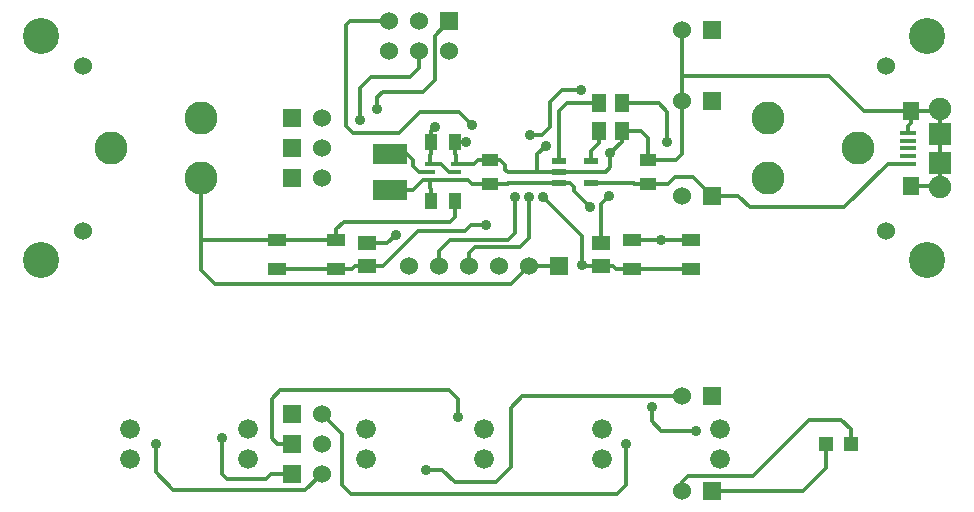
<source format=gtl>
G04 #@! TF.FileFunction,Copper,L1,Top,Signal*
%FSLAX46Y46*%
G04 Gerber Fmt 4.6, Leading zero omitted, Abs format (unit mm)*
G04 Created by KiCad (PCBNEW (2014-12-11 BZR 5320)-product) date Tue Feb  3 18:17:38 2015*
%MOMM*%
G01*
G04 APERTURE LIST*
%ADD10C,0.100000*%
%ADD11C,2.800000*%
%ADD12R,1.524000X1.524000*%
%ADD13C,1.524000*%
%ADD14R,1.066800X1.422400*%
%ADD15R,1.422400X1.066800*%
%ADD16C,1.676400*%
%ADD17R,1.200000X1.200000*%
%ADD18R,3.000000X1.800000*%
%ADD19R,1.498600X1.300480*%
%ADD20R,1.300480X1.498600*%
%ADD21C,3.048000*%
%ADD22R,1.500000X1.000000*%
%ADD23R,1.150620X0.599440*%
%ADD24R,0.900000X0.400000*%
%ADD25R,1.371600X0.406400*%
%ADD26R,1.422400X1.600200*%
%ADD27R,1.905000X1.905000*%
%ADD28C,1.905000*%
%ADD29C,0.889000*%
%ADD30C,0.300000*%
G04 APERTURE END LIST*
D10*
D11*
X98000000Y-47460000D03*
X98000000Y-52540000D03*
X105620000Y-50000000D03*
X50000000Y-52540000D03*
X50000000Y-47460000D03*
X42380000Y-50000000D03*
D12*
X93270000Y-79000000D03*
D13*
X90730000Y-79000000D03*
D12*
X93270000Y-54000000D03*
D13*
X90730000Y-54000000D03*
D12*
X57730000Y-75000000D03*
D13*
X60270000Y-75000000D03*
D12*
X93270000Y-71000000D03*
D13*
X90730000Y-71000000D03*
D12*
X57730000Y-50000000D03*
D13*
X60270000Y-50000000D03*
D12*
X57730000Y-52540000D03*
D13*
X60270000Y-52540000D03*
X108000000Y-57000000D03*
X108000000Y-43000000D03*
X40000000Y-43000000D03*
X40000000Y-57000000D03*
D14*
X69484000Y-54500000D03*
X71516000Y-54500000D03*
D15*
X87900000Y-53016000D03*
X87900000Y-50984000D03*
D14*
X69484000Y-49500000D03*
X71516000Y-49500000D03*
D15*
X74500000Y-53016000D03*
X74500000Y-50984000D03*
D16*
X94000000Y-76270000D03*
X94000000Y-73730000D03*
X84000000Y-76270000D03*
X84000000Y-73730000D03*
X74000000Y-76270000D03*
X74000000Y-73730000D03*
X64000000Y-76270000D03*
X64000000Y-73730000D03*
X54000000Y-76270000D03*
X54000000Y-73730000D03*
X44000000Y-76270000D03*
X44000000Y-73730000D03*
D17*
X102950000Y-75000000D03*
X105050000Y-75000000D03*
D18*
X66000000Y-53500000D03*
X66000000Y-50500000D03*
D12*
X80350000Y-60000000D03*
D13*
X77810000Y-60000000D03*
X75270000Y-60000000D03*
X72730000Y-60000000D03*
X70190000Y-60000000D03*
X67650000Y-60000000D03*
D19*
X64100000Y-58047500D03*
X64100000Y-59952500D03*
D20*
X85652500Y-46200000D03*
X83747500Y-46200000D03*
X85652500Y-48500000D03*
X83747500Y-48500000D03*
D21*
X36500000Y-59500000D03*
X111500000Y-40500000D03*
X111500000Y-59500000D03*
X36500000Y-40500000D03*
D22*
X91500000Y-57800000D03*
X91500000Y-60200000D03*
X86500000Y-57800000D03*
X86500000Y-60200000D03*
D23*
X80366500Y-51047500D03*
X80366500Y-52952500D03*
X80366500Y-52000000D03*
X83033500Y-52952500D03*
X83033500Y-51047500D03*
D24*
X71600000Y-52650000D03*
X71600000Y-51350000D03*
X71600000Y-52000000D03*
X69400000Y-51350000D03*
X69400000Y-52000000D03*
X69400000Y-52650000D03*
D12*
X71040000Y-39230000D03*
D13*
X71040000Y-41770000D03*
X68500000Y-39230000D03*
X68500000Y-41770000D03*
X65960000Y-39230000D03*
X65960000Y-41770000D03*
D25*
X109900000Y-50000000D03*
X109900000Y-49349760D03*
X109900000Y-48699520D03*
X109900000Y-50650240D03*
X109900000Y-51300480D03*
D26*
X110154000Y-53175000D03*
X110154000Y-46825000D03*
D27*
X112567000Y-51206500D03*
X112567000Y-48793500D03*
D28*
X112570000Y-53300000D03*
X112570000Y-46700000D03*
D12*
X57730000Y-47460000D03*
D13*
X60270000Y-47460000D03*
D12*
X93270000Y-46000000D03*
D13*
X90730000Y-46000000D03*
D12*
X93270000Y-40000000D03*
D13*
X90730000Y-40000000D03*
D12*
X57730000Y-72460000D03*
D13*
X60270000Y-72460000D03*
D12*
X57730000Y-77540000D03*
D13*
X60270000Y-77540000D03*
D19*
X83900000Y-58047500D03*
X83900000Y-59952500D03*
D22*
X61500000Y-57800000D03*
X61500000Y-60200000D03*
X56500000Y-57800000D03*
X56500000Y-60200000D03*
D29*
X83000000Y-55000000D03*
X72500000Y-49500000D03*
X89000000Y-57800000D03*
X84700000Y-50400000D03*
X79200000Y-49800000D03*
X66500000Y-57300000D03*
X69800000Y-48200000D03*
X84600000Y-54000000D03*
X79000000Y-54100000D03*
X82300000Y-59900000D03*
X73000000Y-48000000D03*
X64900000Y-46700000D03*
X63500000Y-47600000D03*
X77800000Y-54100000D03*
X76600000Y-54100000D03*
X82200000Y-45100000D03*
X77900000Y-48900000D03*
X74200000Y-56500000D03*
X69088000Y-77216000D03*
X89500000Y-49500000D03*
X51800000Y-74500000D03*
X46200000Y-75000000D03*
X71750000Y-72750000D03*
X88200000Y-71900000D03*
X91948000Y-73914000D03*
X86000000Y-75000000D03*
D30*
X80366500Y-52952500D02*
X81252500Y-52952500D01*
X81600000Y-53600000D02*
X83000000Y-55000000D01*
X81600000Y-53300000D02*
X81600000Y-53600000D01*
X81252500Y-52952500D02*
X81600000Y-53300000D01*
X80300000Y-53019000D02*
X80366500Y-52952500D01*
X68000000Y-53500000D02*
X66000000Y-53500000D01*
X68850000Y-52650000D02*
X68000000Y-53500000D01*
X69400000Y-52650000D02*
X68850000Y-52650000D01*
X69400000Y-53400000D02*
X69484000Y-53484000D01*
X69484000Y-53484000D02*
X69484000Y-54500000D01*
X69400000Y-52650000D02*
X69400000Y-53400000D01*
X69400000Y-52650000D02*
X71600000Y-52650000D01*
X72650000Y-52650000D02*
X73016000Y-53016000D01*
X73016000Y-53016000D02*
X74500000Y-53016000D01*
X71600000Y-52650000D02*
X72650000Y-52650000D01*
X75984000Y-53016000D02*
X76047500Y-52952500D01*
X76047500Y-52952500D02*
X80366500Y-52952500D01*
X74500000Y-53016000D02*
X75984000Y-53016000D01*
X85652500Y-48500000D02*
X87300000Y-48500000D01*
X87900000Y-49100000D02*
X87900000Y-50984000D01*
X87300000Y-48500000D02*
X87900000Y-49100000D01*
X90730000Y-40000000D02*
X90730000Y-46000000D01*
X87900000Y-50984000D02*
X90216000Y-50984000D01*
X90216000Y-50984000D02*
X90730000Y-50470000D01*
X90730000Y-50470000D02*
X90730000Y-46000000D01*
X85652500Y-48500000D02*
X85652500Y-49447500D01*
X85652500Y-49447500D02*
X84700000Y-50400000D01*
X80366500Y-52000000D02*
X84300000Y-52000000D01*
X84700000Y-51600000D02*
X84700000Y-50400000D01*
X84300000Y-52000000D02*
X84700000Y-51600000D01*
X56500000Y-57800000D02*
X50000000Y-57800000D01*
X50000000Y-52540000D02*
X50000000Y-57800000D01*
X50000000Y-57800000D02*
X50000000Y-60300000D01*
X50000000Y-60300000D02*
X51200000Y-61500000D01*
X51200000Y-61500000D02*
X76310000Y-61500000D01*
X76310000Y-61500000D02*
X77810000Y-60000000D01*
X90730000Y-43900000D02*
X103200000Y-43900000D01*
X90730000Y-46000000D02*
X90730000Y-43900000D01*
X103200000Y-43900000D02*
X106125000Y-46825000D01*
X106125000Y-46825000D02*
X110154000Y-46825000D01*
X71516000Y-49500000D02*
X72500000Y-49500000D01*
X89000000Y-57800000D02*
X91500000Y-57800000D01*
X86500000Y-57800000D02*
X89000000Y-57800000D01*
X77810000Y-60000000D02*
X80350000Y-60000000D01*
X112445000Y-53175000D02*
X112570000Y-53300000D01*
X110154000Y-53175000D02*
X112445000Y-53175000D01*
X112445000Y-46825000D02*
X112570000Y-46700000D01*
X110154000Y-46825000D02*
X112445000Y-46825000D01*
X112570000Y-48790500D02*
X112567000Y-48793500D01*
X112570000Y-46700000D02*
X112570000Y-48790500D01*
X112570000Y-51209500D02*
X112567000Y-51206500D01*
X112570000Y-53300000D02*
X112570000Y-51209500D01*
X112567000Y-51206500D02*
X112567000Y-48793500D01*
X109900000Y-48100000D02*
X109900000Y-48699520D01*
X110154000Y-46825000D02*
X110154000Y-47846000D01*
X110154000Y-47846000D02*
X109900000Y-48100000D01*
X71600000Y-50600000D02*
X71516000Y-50516000D01*
X71516000Y-50516000D02*
X71516000Y-49500000D01*
X71600000Y-51350000D02*
X71600000Y-50600000D01*
X73516000Y-50984000D02*
X73150000Y-51350000D01*
X73150000Y-51350000D02*
X71600000Y-51350000D01*
X74500000Y-50984000D02*
X73516000Y-50984000D01*
X56500000Y-57800000D02*
X61500000Y-57800000D01*
X75384000Y-50984000D02*
X75800000Y-51400000D01*
X75800000Y-51400000D02*
X75800000Y-51800000D01*
X75800000Y-51800000D02*
X76000000Y-52000000D01*
X78500000Y-52000000D02*
X80366500Y-52000000D01*
X76000000Y-52000000D02*
X78500000Y-52000000D01*
X74500000Y-50984000D02*
X75384000Y-50984000D01*
X71516000Y-55784000D02*
X71100000Y-56200000D01*
X71100000Y-56200000D02*
X62100000Y-56200000D01*
X62100000Y-56200000D02*
X61500000Y-56800000D01*
X61500000Y-56800000D02*
X61500000Y-57800000D01*
X71516000Y-54500000D02*
X71516000Y-55784000D01*
X79200000Y-49800000D02*
X78500000Y-50500000D01*
X78500000Y-50500000D02*
X78500000Y-52000000D01*
X64100000Y-58047500D02*
X65752500Y-58047500D01*
X65752500Y-58047500D02*
X66500000Y-57300000D01*
X69484000Y-49500000D02*
X69484000Y-48516000D01*
X69484000Y-48516000D02*
X69800000Y-48200000D01*
X69400000Y-50600000D02*
X69484000Y-50516000D01*
X69484000Y-50516000D02*
X69484000Y-49500000D01*
X69400000Y-51350000D02*
X69400000Y-50600000D01*
X71000000Y-52000000D02*
X70350000Y-51350000D01*
X70350000Y-51350000D02*
X69400000Y-51350000D01*
X71600000Y-52000000D02*
X71000000Y-52000000D01*
X83900000Y-54700000D02*
X84600000Y-54000000D01*
X83900000Y-58047500D02*
X83900000Y-54700000D01*
X82300000Y-59900000D02*
X82300000Y-57400000D01*
X82300000Y-57400000D02*
X79000000Y-54100000D01*
X86500000Y-60200000D02*
X91500000Y-60200000D01*
X85200000Y-60200000D02*
X84952500Y-59952500D01*
X84952500Y-59952500D02*
X83900000Y-59952500D01*
X86500000Y-60200000D02*
X85200000Y-60200000D01*
X82300000Y-59900000D02*
X82352500Y-59952500D01*
X82352500Y-59952500D02*
X83900000Y-59952500D01*
X62300000Y-39600000D02*
X62670000Y-39230000D01*
X62670000Y-39230000D02*
X65960000Y-39230000D01*
X62900000Y-48700000D02*
X62300000Y-48100000D01*
X66800000Y-48700000D02*
X62900000Y-48700000D01*
X68600000Y-46900000D02*
X66800000Y-48700000D01*
X71900000Y-46900000D02*
X68600000Y-46900000D01*
X73000000Y-48000000D02*
X71900000Y-46900000D01*
X62300000Y-48100000D02*
X62300000Y-39600000D01*
X83033500Y-52952500D02*
X86652500Y-52952500D01*
X86716000Y-53016000D02*
X87900000Y-53016000D01*
X86652500Y-52952500D02*
X86716000Y-53016000D01*
X87900000Y-53016000D02*
X89584000Y-53016000D01*
X89584000Y-53016000D02*
X90200000Y-52400000D01*
X90200000Y-52400000D02*
X91670000Y-52400000D01*
X91670000Y-52400000D02*
X93270000Y-54000000D01*
X95500000Y-54000000D02*
X96500000Y-55000000D01*
X93270000Y-54000000D02*
X95500000Y-54000000D01*
X108199520Y-51300480D02*
X109900000Y-51300480D01*
X104500000Y-55000000D02*
X108199520Y-51300480D01*
X96500000Y-55000000D02*
X104500000Y-55000000D01*
X67500000Y-50500000D02*
X66000000Y-50500000D01*
X68500000Y-52000000D02*
X68000000Y-51500000D01*
X68000000Y-51500000D02*
X68000000Y-51000000D01*
X68000000Y-51000000D02*
X67500000Y-50500000D01*
X69400000Y-52000000D02*
X68500000Y-52000000D01*
X69800000Y-40470000D02*
X71040000Y-39230000D01*
X69800000Y-44200000D02*
X69800000Y-40470000D01*
X68800000Y-45200000D02*
X69800000Y-44200000D01*
X65400000Y-45200000D02*
X68800000Y-45200000D01*
X64900000Y-45700000D02*
X65400000Y-45200000D01*
X64900000Y-46700000D02*
X64900000Y-45700000D01*
X63500000Y-47600000D02*
X63500000Y-44900000D01*
X64400000Y-44000000D02*
X67700000Y-44000000D01*
X63500000Y-44900000D02*
X64400000Y-44000000D01*
X68500000Y-41770000D02*
X68500000Y-43200000D01*
X68500000Y-43200000D02*
X67700000Y-44000000D01*
X72730000Y-60000000D02*
X72730000Y-58870000D01*
X77800000Y-57600000D02*
X77800000Y-54100000D01*
X77000000Y-58400000D02*
X77800000Y-57600000D01*
X73200000Y-58400000D02*
X77000000Y-58400000D01*
X72730000Y-58870000D02*
X73200000Y-58400000D01*
X70190000Y-60000000D02*
X70190000Y-58710000D01*
X76600000Y-57200000D02*
X76600000Y-54100000D01*
X76000000Y-57800000D02*
X76600000Y-57200000D01*
X71100000Y-57800000D02*
X76000000Y-57800000D01*
X70190000Y-58710000D02*
X71100000Y-57800000D01*
X80600000Y-45100000D02*
X82200000Y-45100000D01*
X79600000Y-46100000D02*
X80600000Y-45100000D01*
X79600000Y-48200000D02*
X79600000Y-46100000D01*
X78900000Y-48900000D02*
X79600000Y-48200000D01*
X77900000Y-48900000D02*
X78900000Y-48900000D01*
X83033500Y-51047500D02*
X83033500Y-50266500D01*
X83747500Y-49552500D02*
X83747500Y-48500000D01*
X83033500Y-50266500D02*
X83747500Y-49552500D01*
X65447500Y-59952500D02*
X64100000Y-59952500D01*
X68400000Y-57000000D02*
X65447500Y-59952500D01*
X72400000Y-57000000D02*
X68400000Y-57000000D01*
X72900000Y-56500000D02*
X72400000Y-57000000D01*
X74200000Y-56500000D02*
X72900000Y-56500000D01*
X56500000Y-60200000D02*
X61500000Y-60200000D01*
X63047500Y-59952500D02*
X62800000Y-60200000D01*
X62800000Y-60200000D02*
X61500000Y-60200000D01*
X64100000Y-59952500D02*
X63047500Y-59952500D01*
X93270000Y-79000000D02*
X101000000Y-79000000D01*
X102950000Y-77050000D02*
X102950000Y-75000000D01*
X101000000Y-79000000D02*
X102950000Y-77050000D01*
X80366500Y-51047500D02*
X80366500Y-46833500D01*
X81000000Y-46200000D02*
X83747500Y-46200000D01*
X80366500Y-46833500D02*
X81000000Y-46200000D01*
X69088000Y-77216000D02*
X70466000Y-77216000D01*
X76250000Y-72000000D02*
X77250000Y-71000000D01*
X76250000Y-77000000D02*
X76250000Y-72000000D01*
X75000000Y-78250000D02*
X76250000Y-77000000D01*
X71500000Y-78250000D02*
X75000000Y-78250000D01*
X70466000Y-77216000D02*
X71500000Y-78250000D01*
X90730000Y-71000000D02*
X77250000Y-71000000D01*
X90730000Y-79000000D02*
X90730000Y-78270000D01*
X90730000Y-78270000D02*
X91250000Y-77750000D01*
X105050000Y-73800000D02*
X105050000Y-75000000D01*
X104250000Y-73000000D02*
X105050000Y-73800000D01*
X101500000Y-73000000D02*
X104250000Y-73000000D01*
X96750000Y-77750000D02*
X101500000Y-73000000D01*
X91250000Y-77750000D02*
X96750000Y-77750000D01*
X85652500Y-46200000D02*
X88800000Y-46200000D01*
X89500000Y-46900000D02*
X89500000Y-49500000D01*
X88800000Y-46200000D02*
X89500000Y-46900000D01*
X52250000Y-78000000D02*
X55500000Y-78000000D01*
X55960000Y-77540000D02*
X57730000Y-77540000D01*
X55500000Y-78000000D02*
X55960000Y-77540000D01*
X51800000Y-74500000D02*
X51800000Y-77550000D01*
X51800000Y-77550000D02*
X52250000Y-78000000D01*
X47700000Y-78950000D02*
X58860000Y-78950000D01*
X58860000Y-78950000D02*
X60270000Y-77540000D01*
X46200000Y-75000000D02*
X46200000Y-77450000D01*
X46200000Y-77450000D02*
X47700000Y-78950000D01*
X57730000Y-75000000D02*
X56500000Y-75000000D01*
X71750000Y-71250000D02*
X71750000Y-72750000D01*
X71000000Y-70500000D02*
X71750000Y-71250000D01*
X56750000Y-70500000D02*
X71000000Y-70500000D01*
X56000000Y-71250000D02*
X56750000Y-70500000D01*
X56000000Y-74500000D02*
X56000000Y-71250000D01*
X56500000Y-75000000D02*
X56000000Y-74500000D01*
X88200000Y-71900000D02*
X88200000Y-73100000D01*
X89014000Y-73914000D02*
X91948000Y-73914000D01*
X88200000Y-73100000D02*
X89014000Y-73914000D01*
X62000000Y-74190000D02*
X60270000Y-72460000D01*
X62000000Y-78500000D02*
X62000000Y-74190000D01*
X62750000Y-79250000D02*
X62000000Y-78500000D01*
X85250000Y-79250000D02*
X62750000Y-79250000D01*
X86000000Y-78500000D02*
X85250000Y-79250000D01*
X86000000Y-75000000D02*
X86000000Y-78500000D01*
M02*

</source>
